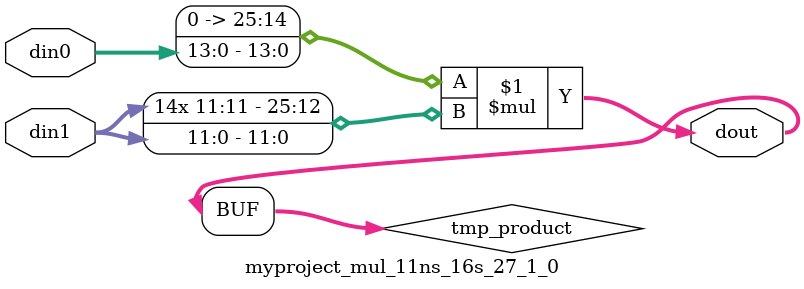
<source format=v>

`timescale 1 ns / 1 ps

 module myproject_mul_11ns_16s_27_1_0(din0, din1, dout);
parameter ID = 1;
parameter NUM_STAGE = 0;
parameter din0_WIDTH = 14;
parameter din1_WIDTH = 12;
parameter dout_WIDTH = 26;

input [din0_WIDTH - 1 : 0] din0; 
input [din1_WIDTH - 1 : 0] din1; 
output [dout_WIDTH - 1 : 0] dout;

wire signed [dout_WIDTH - 1 : 0] tmp_product;

























assign tmp_product = $signed({1'b0, din0}) * $signed(din1);










assign dout = tmp_product;





















endmodule

</source>
